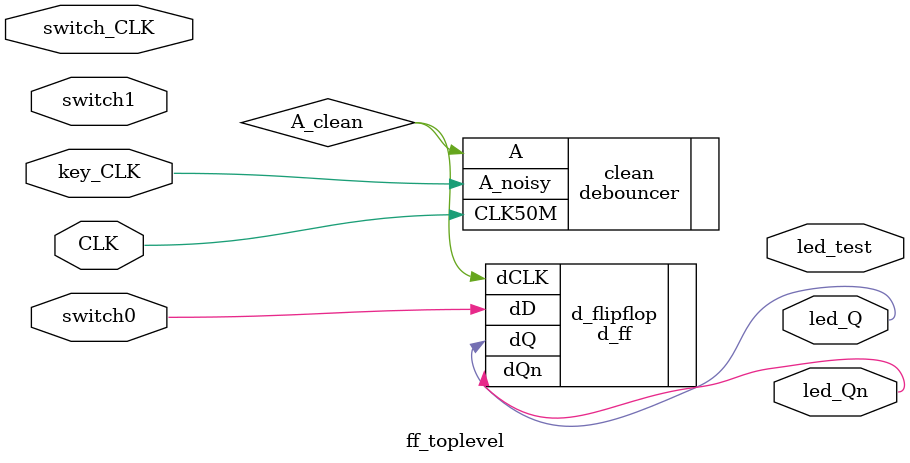
<source format=sv>
module ff_toplevel(
	input logic switch0, switch1, switch_CLK, key_CLK, CLK,
	output logic led_Q, led_Qn, led_test
);

	logic A_clean;
	debouncer clean (.A_noisy(key_CLK), .CLK50M(CLK), .A(A_clean)); //verified
	//or (led_test, A_clean, 0); //debug
	
	//sr_latch srlatchA (.srR(switch0), .srS(switch1), .srQ(led_Q), .srQn(led_Qn)); //verified
	//d_latch dlatchA (.dD(switch0), .dCLK(switch_CLK), .dQ(led_Q), .dQn(led_Qn)); //verified
	
	
	d_ff d_flipflop (.dD(switch0), .dCLK(A_clean), .dQ(led_Q), .dQn(led_Qn));
	
	
	//t_ff T_flipflop (
	//jk_ff jk_flipflop (
	

endmodule

//example module call
//demorgansNAND in:(A,B) out:(X,Y)
//demorgansNAND dmNAND(.A(switch1), .B(switch0), .X(led3), .Y(led2));
//[called module] [function name (can be anything)] (.[pointer to called mod input][local variable]....
</source>
